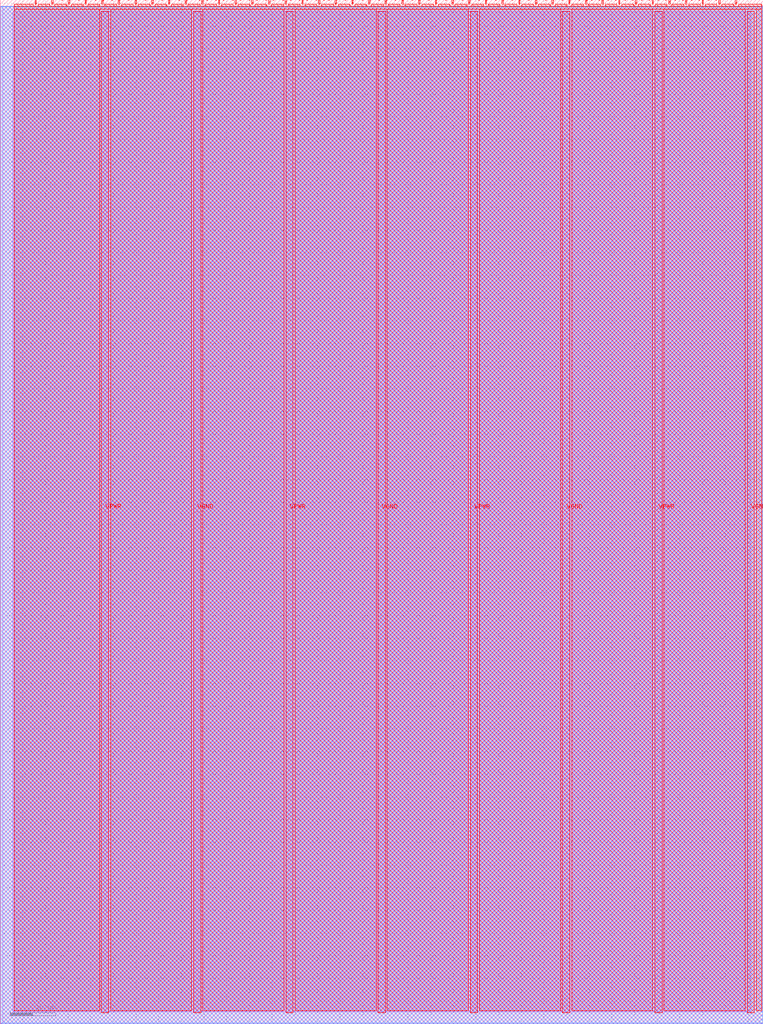
<source format=lef>
VERSION 5.7 ;
  NOWIREEXTENSIONATPIN ON ;
  DIVIDERCHAR "/" ;
  BUSBITCHARS "[]" ;
MACRO tt_um_MichaelBell_nanoV
  CLASS BLOCK ;
  FOREIGN tt_um_MichaelBell_nanoV ;
  ORIGIN 0.000 0.000 ;
  SIZE 168.360 BY 225.760 ;
  PIN VGND
    DIRECTION INOUT ;
    USE GROUND ;
    PORT
      LAYER met4 ;
        RECT 42.670 2.480 44.270 223.280 ;
    END
    PORT
      LAYER met4 ;
        RECT 83.380 2.480 84.980 223.280 ;
    END
    PORT
      LAYER met4 ;
        RECT 124.090 2.480 125.690 223.280 ;
    END
    PORT
      LAYER met4 ;
        RECT 164.800 2.480 166.400 223.280 ;
    END
  END VGND
  PIN VPWR
    DIRECTION INOUT ;
    USE POWER ;
    PORT
      LAYER met4 ;
        RECT 22.315 2.480 23.915 223.280 ;
    END
    PORT
      LAYER met4 ;
        RECT 63.025 2.480 64.625 223.280 ;
    END
    PORT
      LAYER met4 ;
        RECT 103.735 2.480 105.335 223.280 ;
    END
    PORT
      LAYER met4 ;
        RECT 144.445 2.480 146.045 223.280 ;
    END
  END VPWR
  PIN clk
    DIRECTION INPUT ;
    USE SIGNAL ;
    ANTENNAGATEAREA 0.852000 ;
    PORT
      LAYER met4 ;
        RECT 158.550 224.760 158.850 225.760 ;
    END
  END clk
  PIN ena
    DIRECTION INPUT ;
    USE SIGNAL ;
    PORT
      LAYER met4 ;
        RECT 162.230 224.760 162.530 225.760 ;
    END
  END ena
  PIN rst_n
    DIRECTION INPUT ;
    USE SIGNAL ;
    ANTENNAGATEAREA 0.196500 ;
    PORT
      LAYER met4 ;
        RECT 154.870 224.760 155.170 225.760 ;
    END
  END rst_n
  PIN ui_in[0]
    DIRECTION INPUT ;
    USE SIGNAL ;
    ANTENNAGATEAREA 0.196500 ;
    PORT
      LAYER met4 ;
        RECT 151.190 224.760 151.490 225.760 ;
    END
  END ui_in[0]
  PIN ui_in[1]
    DIRECTION INPUT ;
    USE SIGNAL ;
    ANTENNAGATEAREA 0.196500 ;
    PORT
      LAYER met4 ;
        RECT 147.510 224.760 147.810 225.760 ;
    END
  END ui_in[1]
  PIN ui_in[2]
    DIRECTION INPUT ;
    USE SIGNAL ;
    ANTENNAGATEAREA 0.196500 ;
    PORT
      LAYER met4 ;
        RECT 143.830 224.760 144.130 225.760 ;
    END
  END ui_in[2]
  PIN ui_in[3]
    DIRECTION INPUT ;
    USE SIGNAL ;
    ANTENNAGATEAREA 0.196500 ;
    PORT
      LAYER met4 ;
        RECT 140.150 224.760 140.450 225.760 ;
    END
  END ui_in[3]
  PIN ui_in[4]
    DIRECTION INPUT ;
    USE SIGNAL ;
    ANTENNAGATEAREA 0.196500 ;
    PORT
      LAYER met4 ;
        RECT 136.470 224.760 136.770 225.760 ;
    END
  END ui_in[4]
  PIN ui_in[5]
    DIRECTION INPUT ;
    USE SIGNAL ;
    ANTENNAGATEAREA 0.196500 ;
    PORT
      LAYER met4 ;
        RECT 132.790 224.760 133.090 225.760 ;
    END
  END ui_in[5]
  PIN ui_in[6]
    DIRECTION INPUT ;
    USE SIGNAL ;
    ANTENNAGATEAREA 0.196500 ;
    PORT
      LAYER met4 ;
        RECT 129.110 224.760 129.410 225.760 ;
    END
  END ui_in[6]
  PIN ui_in[7]
    DIRECTION INPUT ;
    USE SIGNAL ;
    ANTENNAGATEAREA 0.196500 ;
    PORT
      LAYER met4 ;
        RECT 125.430 224.760 125.730 225.760 ;
    END
  END ui_in[7]
  PIN uio_in[0]
    DIRECTION INPUT ;
    USE SIGNAL ;
    PORT
      LAYER met4 ;
        RECT 121.750 224.760 122.050 225.760 ;
    END
  END uio_in[0]
  PIN uio_in[1]
    DIRECTION INPUT ;
    USE SIGNAL ;
    PORT
      LAYER met4 ;
        RECT 118.070 224.760 118.370 225.760 ;
    END
  END uio_in[1]
  PIN uio_in[2]
    DIRECTION INPUT ;
    USE SIGNAL ;
    PORT
      LAYER met4 ;
        RECT 114.390 224.760 114.690 225.760 ;
    END
  END uio_in[2]
  PIN uio_in[3]
    DIRECTION INPUT ;
    USE SIGNAL ;
    ANTENNAGATEAREA 0.196500 ;
    PORT
      LAYER met4 ;
        RECT 110.710 224.760 111.010 225.760 ;
    END
  END uio_in[3]
  PIN uio_in[4]
    DIRECTION INPUT ;
    USE SIGNAL ;
    PORT
      LAYER met4 ;
        RECT 107.030 224.760 107.330 225.760 ;
    END
  END uio_in[4]
  PIN uio_in[5]
    DIRECTION INPUT ;
    USE SIGNAL ;
    ANTENNAGATEAREA 0.196500 ;
    PORT
      LAYER met4 ;
        RECT 103.350 224.760 103.650 225.760 ;
    END
  END uio_in[5]
  PIN uio_in[6]
    DIRECTION INPUT ;
    USE SIGNAL ;
    PORT
      LAYER met4 ;
        RECT 99.670 224.760 99.970 225.760 ;
    END
  END uio_in[6]
  PIN uio_in[7]
    DIRECTION INPUT ;
    USE SIGNAL ;
    PORT
      LAYER met4 ;
        RECT 95.990 224.760 96.290 225.760 ;
    END
  END uio_in[7]
  PIN uio_oe[0]
    DIRECTION OUTPUT TRISTATE ;
    USE SIGNAL ;
    ANTENNADIFFAREA 0.795200 ;
    PORT
      LAYER met4 ;
        RECT 33.430 224.760 33.730 225.760 ;
    END
  END uio_oe[0]
  PIN uio_oe[1]
    DIRECTION OUTPUT TRISTATE ;
    USE SIGNAL ;
    ANTENNADIFFAREA 0.795200 ;
    PORT
      LAYER met4 ;
        RECT 29.750 224.760 30.050 225.760 ;
    END
  END uio_oe[1]
  PIN uio_oe[2]
    DIRECTION OUTPUT TRISTATE ;
    USE SIGNAL ;
    ANTENNADIFFAREA 0.795200 ;
    PORT
      LAYER met4 ;
        RECT 26.070 224.760 26.370 225.760 ;
    END
  END uio_oe[2]
  PIN uio_oe[3]
    DIRECTION OUTPUT TRISTATE ;
    USE SIGNAL ;
    PORT
      LAYER met4 ;
        RECT 22.390 224.760 22.690 225.760 ;
    END
  END uio_oe[3]
  PIN uio_oe[4]
    DIRECTION OUTPUT TRISTATE ;
    USE SIGNAL ;
    PORT
      LAYER met4 ;
        RECT 18.710 224.760 19.010 225.760 ;
    END
  END uio_oe[4]
  PIN uio_oe[5]
    DIRECTION OUTPUT TRISTATE ;
    USE SIGNAL ;
    PORT
      LAYER met4 ;
        RECT 15.030 224.760 15.330 225.760 ;
    END
  END uio_oe[5]
  PIN uio_oe[6]
    DIRECTION OUTPUT TRISTATE ;
    USE SIGNAL ;
    PORT
      LAYER met4 ;
        RECT 11.350 224.760 11.650 225.760 ;
    END
  END uio_oe[6]
  PIN uio_oe[7]
    DIRECTION OUTPUT TRISTATE ;
    USE SIGNAL ;
    PORT
      LAYER met4 ;
        RECT 7.670 224.760 7.970 225.760 ;
    END
  END uio_oe[7]
  PIN uio_out[0]
    DIRECTION OUTPUT TRISTATE ;
    USE SIGNAL ;
    ANTENNADIFFAREA 0.795200 ;
    PORT
      LAYER met4 ;
        RECT 62.870 224.760 63.170 225.760 ;
    END
  END uio_out[0]
  PIN uio_out[1]
    DIRECTION OUTPUT TRISTATE ;
    USE SIGNAL ;
    ANTENNADIFFAREA 0.340600 ;
    PORT
      LAYER met4 ;
        RECT 59.190 224.760 59.490 225.760 ;
    END
  END uio_out[1]
  PIN uio_out[2]
    DIRECTION OUTPUT TRISTATE ;
    USE SIGNAL ;
    ANTENNADIFFAREA 0.795200 ;
    PORT
      LAYER met4 ;
        RECT 55.510 224.760 55.810 225.760 ;
    END
  END uio_out[2]
  PIN uio_out[3]
    DIRECTION OUTPUT TRISTATE ;
    USE SIGNAL ;
    PORT
      LAYER met4 ;
        RECT 51.830 224.760 52.130 225.760 ;
    END
  END uio_out[3]
  PIN uio_out[4]
    DIRECTION OUTPUT TRISTATE ;
    USE SIGNAL ;
    ANTENNADIFFAREA 0.795200 ;
    PORT
      LAYER met4 ;
        RECT 48.150 224.760 48.450 225.760 ;
    END
  END uio_out[4]
  PIN uio_out[5]
    DIRECTION OUTPUT TRISTATE ;
    USE SIGNAL ;
    PORT
      LAYER met4 ;
        RECT 44.470 224.760 44.770 225.760 ;
    END
  END uio_out[5]
  PIN uio_out[6]
    DIRECTION OUTPUT TRISTATE ;
    USE SIGNAL ;
    ANTENNADIFFAREA 0.795200 ;
    PORT
      LAYER met4 ;
        RECT 40.790 224.760 41.090 225.760 ;
    END
  END uio_out[6]
  PIN uio_out[7]
    DIRECTION OUTPUT TRISTATE ;
    USE SIGNAL ;
    PORT
      LAYER met4 ;
        RECT 37.110 224.760 37.410 225.760 ;
    END
  END uio_out[7]
  PIN uo_out[0]
    DIRECTION OUTPUT TRISTATE ;
    USE SIGNAL ;
    ANTENNAGATEAREA 0.126000 ;
    ANTENNADIFFAREA 0.445500 ;
    PORT
      LAYER met4 ;
        RECT 92.310 224.760 92.610 225.760 ;
    END
  END uo_out[0]
  PIN uo_out[1]
    DIRECTION OUTPUT TRISTATE ;
    USE SIGNAL ;
    ANTENNAGATEAREA 0.126000 ;
    ANTENNADIFFAREA 0.445500 ;
    PORT
      LAYER met4 ;
        RECT 88.630 224.760 88.930 225.760 ;
    END
  END uo_out[1]
  PIN uo_out[2]
    DIRECTION OUTPUT TRISTATE ;
    USE SIGNAL ;
    ANTENNAGATEAREA 0.126000 ;
    ANTENNADIFFAREA 0.445500 ;
    PORT
      LAYER met4 ;
        RECT 84.950 224.760 85.250 225.760 ;
    END
  END uo_out[2]
  PIN uo_out[3]
    DIRECTION OUTPUT TRISTATE ;
    USE SIGNAL ;
    ANTENNAGATEAREA 0.126000 ;
    ANTENNADIFFAREA 0.445500 ;
    PORT
      LAYER met4 ;
        RECT 81.270 224.760 81.570 225.760 ;
    END
  END uo_out[3]
  PIN uo_out[4]
    DIRECTION OUTPUT TRISTATE ;
    USE SIGNAL ;
    ANTENNAGATEAREA 0.126000 ;
    ANTENNADIFFAREA 0.891000 ;
    PORT
      LAYER met4 ;
        RECT 77.590 224.760 77.890 225.760 ;
    END
  END uo_out[4]
  PIN uo_out[5]
    DIRECTION OUTPUT TRISTATE ;
    USE SIGNAL ;
    ANTENNAGATEAREA 0.126000 ;
    ANTENNADIFFAREA 0.445500 ;
    PORT
      LAYER met4 ;
        RECT 73.910 224.760 74.210 225.760 ;
    END
  END uo_out[5]
  PIN uo_out[6]
    DIRECTION OUTPUT TRISTATE ;
    USE SIGNAL ;
    ANTENNAGATEAREA 0.126000 ;
    ANTENNADIFFAREA 0.891000 ;
    PORT
      LAYER met4 ;
        RECT 70.230 224.760 70.530 225.760 ;
    END
  END uo_out[6]
  PIN uo_out[7]
    DIRECTION OUTPUT TRISTATE ;
    USE SIGNAL ;
    ANTENNAGATEAREA 0.126000 ;
    ANTENNADIFFAREA 0.445500 ;
    PORT
      LAYER met4 ;
        RECT 66.550 224.760 66.850 225.760 ;
    END
  END uo_out[7]
  OBS
      LAYER li1 ;
        RECT 2.760 2.635 165.600 223.125 ;
      LAYER met1 ;
        RECT 0.530 0.040 168.290 224.360 ;
      LAYER met2 ;
        RECT 0.090 0.010 168.270 224.390 ;
      LAYER met3 ;
        RECT 0.065 0.175 168.295 224.225 ;
      LAYER met4 ;
        RECT 3.055 224.360 7.270 224.760 ;
        RECT 8.370 224.360 10.950 224.760 ;
        RECT 12.050 224.360 14.630 224.760 ;
        RECT 15.730 224.360 18.310 224.760 ;
        RECT 19.410 224.360 21.990 224.760 ;
        RECT 23.090 224.360 25.670 224.760 ;
        RECT 26.770 224.360 29.350 224.760 ;
        RECT 30.450 224.360 33.030 224.760 ;
        RECT 34.130 224.360 36.710 224.760 ;
        RECT 37.810 224.360 40.390 224.760 ;
        RECT 41.490 224.360 44.070 224.760 ;
        RECT 45.170 224.360 47.750 224.760 ;
        RECT 48.850 224.360 51.430 224.760 ;
        RECT 52.530 224.360 55.110 224.760 ;
        RECT 56.210 224.360 58.790 224.760 ;
        RECT 59.890 224.360 62.470 224.760 ;
        RECT 63.570 224.360 66.150 224.760 ;
        RECT 67.250 224.360 69.830 224.760 ;
        RECT 70.930 224.360 73.510 224.760 ;
        RECT 74.610 224.360 77.190 224.760 ;
        RECT 78.290 224.360 80.870 224.760 ;
        RECT 81.970 224.360 84.550 224.760 ;
        RECT 85.650 224.360 88.230 224.760 ;
        RECT 89.330 224.360 91.910 224.760 ;
        RECT 93.010 224.360 95.590 224.760 ;
        RECT 96.690 224.360 99.270 224.760 ;
        RECT 100.370 224.360 102.950 224.760 ;
        RECT 104.050 224.360 106.630 224.760 ;
        RECT 107.730 224.360 110.310 224.760 ;
        RECT 111.410 224.360 113.990 224.760 ;
        RECT 115.090 224.360 117.670 224.760 ;
        RECT 118.770 224.360 121.350 224.760 ;
        RECT 122.450 224.360 125.030 224.760 ;
        RECT 126.130 224.360 128.710 224.760 ;
        RECT 129.810 224.360 132.390 224.760 ;
        RECT 133.490 224.360 136.070 224.760 ;
        RECT 137.170 224.360 139.750 224.760 ;
        RECT 140.850 224.360 143.430 224.760 ;
        RECT 144.530 224.360 147.110 224.760 ;
        RECT 148.210 224.360 150.790 224.760 ;
        RECT 151.890 224.360 154.470 224.760 ;
        RECT 155.570 224.360 158.150 224.760 ;
        RECT 159.250 224.360 161.830 224.760 ;
        RECT 162.930 224.360 168.065 224.760 ;
        RECT 3.055 223.680 168.065 224.360 ;
        RECT 3.055 2.895 21.915 223.680 ;
        RECT 24.315 2.895 42.270 223.680 ;
        RECT 44.670 2.895 62.625 223.680 ;
        RECT 65.025 2.895 82.980 223.680 ;
        RECT 85.380 2.895 103.335 223.680 ;
        RECT 105.735 2.895 123.690 223.680 ;
        RECT 126.090 2.895 144.045 223.680 ;
        RECT 146.445 2.895 164.400 223.680 ;
        RECT 166.800 2.895 168.065 223.680 ;
  END
END tt_um_MichaelBell_nanoV
END LIBRARY


</source>
